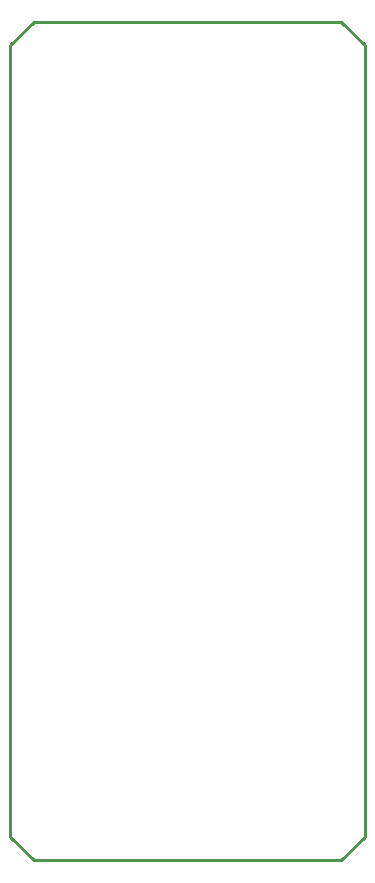
<source format=gbr>
G04 EAGLE Gerber RS-274X export*
G75*
%MOMM*%
%FSLAX34Y34*%
%LPD*%
%IN*%
%IPPOS*%
%AMOC8*
5,1,8,0,0,1.08239X$1,22.5*%
G01*
G04 Define Apertures*
%ADD10C,0.254000*%
D10*
X0Y170000D02*
X20000Y150000D01*
X280000Y150000D01*
X300000Y170000D01*
X300000Y840000D01*
X280000Y860000D01*
X20000Y860000D01*
X0Y840000D01*
X0Y170000D01*
M02*

</source>
